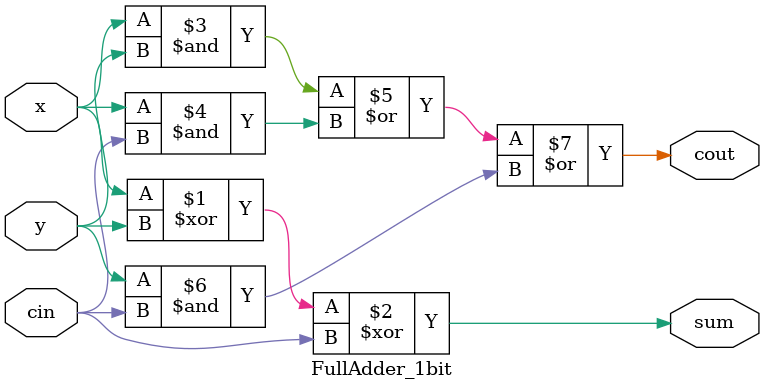
<source format=v>
`timescale 1ns / 1ps
module FullAdder_1bit(x, y, cin, sum, cout
    );
input x, y, cin;
output sum, cout;

//-- body 

assign sum = (x ^ y) ^ cin;
assign cout = (x & y) | (x & cin) | (y & cin);

endmodule

</source>
